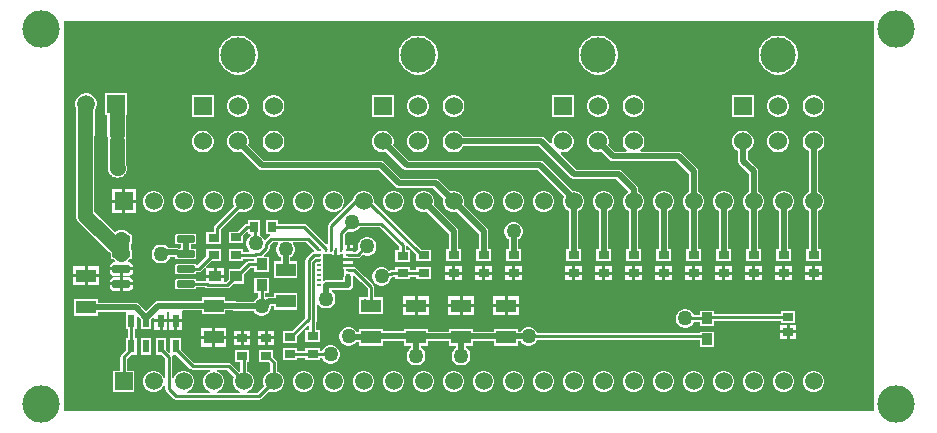
<source format=gtl>
G04*
G04 #@! TF.GenerationSoftware,Altium Limited,Altium Designer,21.2.0 (30)*
G04*
G04 Layer_Physical_Order=1*
G04 Layer_Color=255*
%FSLAX23Y23*%
%MOIN*%
G70*
G04*
G04 #@! TF.SameCoordinates,F0910630-DBBB-4278-8751-63CB2971D6BE*
G04*
G04*
G04 #@! TF.FilePolarity,Positive*
G04*
G01*
G75*
%ADD15C,0.010*%
%ADD17R,0.067X0.043*%
%ADD18R,0.035X0.039*%
%ADD19R,0.032X0.028*%
G04:AMPARAMS|DCode=20|XSize=24mil|YSize=57mil|CornerRadius=2mil|HoleSize=0mil|Usage=FLASHONLY|Rotation=270.000|XOffset=0mil|YOffset=0mil|HoleType=Round|Shape=RoundedRectangle|*
%AMROUNDEDRECTD20*
21,1,0.024,0.053,0,0,270.0*
21,1,0.020,0.057,0,0,270.0*
1,1,0.004,-0.027,-0.010*
1,1,0.004,-0.027,0.010*
1,1,0.004,0.027,0.010*
1,1,0.004,0.027,-0.010*
%
%ADD20ROUNDEDRECTD20*%
%ADD21R,0.035X0.028*%
%ADD22R,0.028X0.035*%
%ADD23R,0.014X0.009*%
%ADD24R,0.009X0.014*%
%ADD25R,0.039X0.035*%
%ADD26R,0.043X0.067*%
%ADD27R,0.024X0.043*%
%ADD42C,0.050*%
%ADD44C,0.020*%
%ADD45C,0.050*%
%ADD46C,0.009*%
%ADD47C,0.059*%
%ADD48R,0.059X0.059*%
%ADD49C,0.125*%
%ADD50C,0.118*%
%ADD51R,0.060X0.060*%
%ADD52C,0.060*%
G36*
X2900Y100D02*
X200D01*
Y1400D01*
X2900D01*
Y100D01*
D02*
G37*
%LPC*%
G36*
X2588Y1353D02*
X2575D01*
X2563Y1351D01*
X2551Y1346D01*
X2540Y1339D01*
X2531Y1330D01*
X2524Y1319D01*
X2519Y1307D01*
X2517Y1295D01*
Y1282D01*
X2519Y1269D01*
X2524Y1257D01*
X2531Y1247D01*
X2540Y1238D01*
X2551Y1231D01*
X2563Y1226D01*
X2575Y1223D01*
X2588D01*
X2601Y1226D01*
X2613Y1231D01*
X2623Y1238D01*
X2632Y1247D01*
X2640Y1257D01*
X2644Y1269D01*
X2647Y1282D01*
Y1295D01*
X2644Y1307D01*
X2640Y1319D01*
X2632Y1330D01*
X2623Y1339D01*
X2613Y1346D01*
X2601Y1351D01*
X2588Y1353D01*
D02*
G37*
G36*
X1988D02*
X1975D01*
X1963Y1351D01*
X1951Y1346D01*
X1940Y1339D01*
X1931Y1330D01*
X1924Y1319D01*
X1919Y1307D01*
X1917Y1295D01*
Y1282D01*
X1919Y1269D01*
X1924Y1257D01*
X1931Y1247D01*
X1940Y1238D01*
X1951Y1231D01*
X1963Y1226D01*
X1975Y1223D01*
X1988D01*
X2001Y1226D01*
X2013Y1231D01*
X2023Y1238D01*
X2032Y1247D01*
X2040Y1257D01*
X2044Y1269D01*
X2047Y1282D01*
Y1295D01*
X2044Y1307D01*
X2040Y1319D01*
X2032Y1330D01*
X2023Y1339D01*
X2013Y1346D01*
X2001Y1351D01*
X1988Y1353D01*
D02*
G37*
G36*
X1388D02*
X1375D01*
X1363Y1351D01*
X1351Y1346D01*
X1340Y1339D01*
X1331Y1330D01*
X1324Y1319D01*
X1319Y1307D01*
X1317Y1295D01*
Y1282D01*
X1319Y1269D01*
X1324Y1257D01*
X1331Y1247D01*
X1340Y1238D01*
X1351Y1231D01*
X1363Y1226D01*
X1375Y1223D01*
X1388D01*
X1401Y1226D01*
X1413Y1231D01*
X1423Y1238D01*
X1432Y1247D01*
X1440Y1257D01*
X1444Y1269D01*
X1447Y1282D01*
Y1295D01*
X1444Y1307D01*
X1440Y1319D01*
X1432Y1330D01*
X1423Y1339D01*
X1413Y1346D01*
X1401Y1351D01*
X1388Y1353D01*
D02*
G37*
G36*
X788D02*
X775D01*
X763Y1351D01*
X751Y1346D01*
X740Y1339D01*
X731Y1330D01*
X724Y1319D01*
X719Y1307D01*
X717Y1295D01*
Y1282D01*
X719Y1269D01*
X724Y1257D01*
X731Y1247D01*
X740Y1238D01*
X751Y1231D01*
X763Y1226D01*
X775Y1223D01*
X788D01*
X801Y1226D01*
X813Y1231D01*
X823Y1238D01*
X832Y1247D01*
X840Y1257D01*
X844Y1269D01*
X847Y1282D01*
Y1295D01*
X844Y1307D01*
X840Y1319D01*
X832Y1330D01*
X823Y1339D01*
X813Y1346D01*
X801Y1351D01*
X788Y1353D01*
D02*
G37*
G36*
X2705Y1154D02*
X2695D01*
X2686Y1152D01*
X2678Y1147D01*
X2671Y1140D01*
X2666Y1132D01*
X2664Y1123D01*
Y1113D01*
X2666Y1104D01*
X2671Y1096D01*
X2678Y1089D01*
X2686Y1084D01*
X2695Y1082D01*
X2705D01*
X2714Y1084D01*
X2722Y1089D01*
X2729Y1096D01*
X2734Y1104D01*
X2736Y1113D01*
Y1123D01*
X2734Y1132D01*
X2729Y1140D01*
X2722Y1147D01*
X2714Y1152D01*
X2705Y1154D01*
D02*
G37*
G36*
X2587D02*
X2577D01*
X2568Y1152D01*
X2560Y1147D01*
X2553Y1140D01*
X2548Y1132D01*
X2546Y1123D01*
Y1113D01*
X2548Y1104D01*
X2553Y1096D01*
X2560Y1089D01*
X2568Y1084D01*
X2577Y1082D01*
X2587D01*
X2596Y1084D01*
X2604Y1089D01*
X2611Y1096D01*
X2616Y1104D01*
X2618Y1113D01*
Y1123D01*
X2616Y1132D01*
X2611Y1140D01*
X2604Y1147D01*
X2596Y1152D01*
X2587Y1154D01*
D02*
G37*
G36*
X2500D02*
X2428D01*
Y1082D01*
X2500D01*
Y1154D01*
D02*
G37*
G36*
X2105D02*
X2095D01*
X2086Y1152D01*
X2078Y1147D01*
X2071Y1140D01*
X2066Y1132D01*
X2064Y1123D01*
Y1113D01*
X2066Y1104D01*
X2071Y1096D01*
X2078Y1089D01*
X2086Y1084D01*
X2095Y1082D01*
X2105D01*
X2114Y1084D01*
X2122Y1089D01*
X2129Y1096D01*
X2134Y1104D01*
X2136Y1113D01*
Y1123D01*
X2134Y1132D01*
X2129Y1140D01*
X2122Y1147D01*
X2114Y1152D01*
X2105Y1154D01*
D02*
G37*
G36*
X1987D02*
X1977D01*
X1968Y1152D01*
X1960Y1147D01*
X1953Y1140D01*
X1948Y1132D01*
X1946Y1123D01*
Y1113D01*
X1948Y1104D01*
X1953Y1096D01*
X1960Y1089D01*
X1968Y1084D01*
X1977Y1082D01*
X1987D01*
X1996Y1084D01*
X2004Y1089D01*
X2011Y1096D01*
X2016Y1104D01*
X2018Y1113D01*
Y1123D01*
X2016Y1132D01*
X2011Y1140D01*
X2004Y1147D01*
X1996Y1152D01*
X1987Y1154D01*
D02*
G37*
G36*
X1900D02*
X1828D01*
Y1082D01*
X1900D01*
Y1154D01*
D02*
G37*
G36*
X1505D02*
X1495D01*
X1486Y1152D01*
X1478Y1147D01*
X1471Y1140D01*
X1466Y1132D01*
X1464Y1123D01*
Y1113D01*
X1466Y1104D01*
X1471Y1096D01*
X1478Y1089D01*
X1486Y1084D01*
X1495Y1082D01*
X1505D01*
X1514Y1084D01*
X1522Y1089D01*
X1529Y1096D01*
X1534Y1104D01*
X1536Y1113D01*
Y1123D01*
X1534Y1132D01*
X1529Y1140D01*
X1522Y1147D01*
X1514Y1152D01*
X1505Y1154D01*
D02*
G37*
G36*
X1387D02*
X1377D01*
X1368Y1152D01*
X1360Y1147D01*
X1353Y1140D01*
X1348Y1132D01*
X1346Y1123D01*
Y1113D01*
X1348Y1104D01*
X1353Y1096D01*
X1360Y1089D01*
X1368Y1084D01*
X1377Y1082D01*
X1387D01*
X1396Y1084D01*
X1404Y1089D01*
X1411Y1096D01*
X1416Y1104D01*
X1418Y1113D01*
Y1123D01*
X1416Y1132D01*
X1411Y1140D01*
X1404Y1147D01*
X1396Y1152D01*
X1387Y1154D01*
D02*
G37*
G36*
X1300D02*
X1228D01*
Y1082D01*
X1300D01*
Y1154D01*
D02*
G37*
G36*
X905D02*
X895D01*
X886Y1152D01*
X878Y1147D01*
X871Y1140D01*
X866Y1132D01*
X864Y1123D01*
Y1113D01*
X866Y1104D01*
X871Y1096D01*
X878Y1089D01*
X886Y1084D01*
X895Y1082D01*
X905D01*
X914Y1084D01*
X922Y1089D01*
X929Y1096D01*
X934Y1104D01*
X936Y1113D01*
Y1123D01*
X934Y1132D01*
X929Y1140D01*
X922Y1147D01*
X914Y1152D01*
X905Y1154D01*
D02*
G37*
G36*
X787D02*
X777D01*
X768Y1152D01*
X760Y1147D01*
X753Y1140D01*
X748Y1132D01*
X746Y1123D01*
Y1113D01*
X748Y1104D01*
X753Y1096D01*
X760Y1089D01*
X768Y1084D01*
X777Y1082D01*
X787D01*
X796Y1084D01*
X804Y1089D01*
X811Y1096D01*
X816Y1104D01*
X818Y1113D01*
Y1123D01*
X816Y1132D01*
X811Y1140D01*
X804Y1147D01*
X796Y1152D01*
X787Y1154D01*
D02*
G37*
G36*
X700D02*
X628D01*
Y1082D01*
X700D01*
Y1154D01*
D02*
G37*
G36*
X1869Y1036D02*
X1859D01*
X1850Y1034D01*
X1842Y1029D01*
X1835Y1022D01*
X1830Y1014D01*
X1828Y1005D01*
Y995D01*
X1827Y995D01*
X1823Y993D01*
X1804Y1012D01*
X1799Y1015D01*
X1793Y1016D01*
X1532D01*
X1529Y1022D01*
X1522Y1029D01*
X1514Y1034D01*
X1505Y1036D01*
X1495D01*
X1486Y1034D01*
X1478Y1029D01*
X1471Y1022D01*
X1466Y1014D01*
X1464Y1005D01*
Y995D01*
X1466Y986D01*
X1471Y978D01*
X1478Y971D01*
X1486Y966D01*
X1495Y964D01*
X1505D01*
X1514Y966D01*
X1522Y971D01*
X1529Y978D01*
X1532Y984D01*
X1786D01*
X1891Y878D01*
X1897Y875D01*
X1903Y874D01*
X2043D01*
X2081Y836D01*
X2080Y830D01*
X2078Y828D01*
X2072Y822D01*
X2067Y814D01*
X2064Y805D01*
Y795D01*
X2067Y786D01*
X2072Y778D01*
X2078Y772D01*
X2084Y768D01*
Y640D01*
X2076D01*
Y600D01*
X2124D01*
Y640D01*
X2116D01*
Y768D01*
X2122Y772D01*
X2128Y778D01*
X2133Y786D01*
X2136Y795D01*
Y805D01*
X2133Y814D01*
X2128Y822D01*
X2122Y828D01*
X2116Y832D01*
Y840D01*
X2115Y846D01*
X2111Y852D01*
X2062Y901D01*
X2056Y905D01*
X2050Y906D01*
X1910D01*
X1857Y959D01*
X1859Y964D01*
X1859Y964D01*
X1869D01*
X1878Y966D01*
X1886Y971D01*
X1893Y978D01*
X1897Y986D01*
X1900Y995D01*
Y1005D01*
X1897Y1014D01*
X1893Y1022D01*
X1886Y1029D01*
X1878Y1034D01*
X1869Y1036D01*
D02*
G37*
G36*
X2105D02*
X2095D01*
X2086Y1034D01*
X2078Y1029D01*
X2071Y1022D01*
X2066Y1014D01*
X2064Y1005D01*
Y995D01*
X2066Y986D01*
X2071Y978D01*
X2078Y971D01*
X2078Y971D01*
X2076Y966D01*
X2039D01*
X2016Y989D01*
X2018Y995D01*
Y1005D01*
X2016Y1014D01*
X2011Y1022D01*
X2004Y1029D01*
X1996Y1034D01*
X1987Y1036D01*
X1977D01*
X1968Y1034D01*
X1960Y1029D01*
X1953Y1022D01*
X1948Y1014D01*
X1946Y1005D01*
Y995D01*
X1948Y986D01*
X1953Y978D01*
X1960Y971D01*
X1968Y966D01*
X1977Y964D01*
X1987D01*
X1993Y966D01*
X2020Y938D01*
X2026Y935D01*
X2032Y934D01*
X2243D01*
X2284Y893D01*
Y832D01*
X2278Y828D01*
X2272Y822D01*
X2267Y814D01*
X2264Y805D01*
Y795D01*
X2267Y786D01*
X2272Y778D01*
X2278Y772D01*
X2284Y768D01*
Y640D01*
X2276D01*
Y600D01*
X2324D01*
Y640D01*
X2316D01*
Y768D01*
X2322Y772D01*
X2328Y778D01*
X2333Y786D01*
X2336Y795D01*
Y805D01*
X2333Y814D01*
X2328Y822D01*
X2322Y828D01*
X2316Y832D01*
Y900D01*
X2315Y906D01*
X2312Y912D01*
X2262Y961D01*
X2256Y965D01*
X2250Y966D01*
X2124D01*
X2122Y971D01*
X2122Y971D01*
X2129Y978D01*
X2134Y986D01*
X2136Y995D01*
Y1005D01*
X2134Y1014D01*
X2129Y1022D01*
X2122Y1029D01*
X2114Y1034D01*
X2105Y1036D01*
D02*
G37*
G36*
X2587D02*
X2577D01*
X2568Y1034D01*
X2560Y1029D01*
X2553Y1022D01*
X2548Y1014D01*
X2546Y1005D01*
Y995D01*
X2548Y986D01*
X2553Y978D01*
X2560Y971D01*
X2568Y966D01*
X2577Y964D01*
X2587D01*
X2596Y966D01*
X2604Y971D01*
X2611Y978D01*
X2616Y986D01*
X2618Y995D01*
Y1005D01*
X2616Y1014D01*
X2611Y1022D01*
X2604Y1029D01*
X2596Y1034D01*
X2587Y1036D01*
D02*
G37*
G36*
X1387D02*
X1377D01*
X1368Y1034D01*
X1360Y1029D01*
X1353Y1022D01*
X1348Y1014D01*
X1346Y1005D01*
Y995D01*
X1348Y986D01*
X1353Y978D01*
X1360Y971D01*
X1368Y966D01*
X1377Y964D01*
X1387D01*
X1396Y966D01*
X1404Y971D01*
X1411Y978D01*
X1416Y986D01*
X1418Y995D01*
Y1005D01*
X1416Y1014D01*
X1411Y1022D01*
X1404Y1029D01*
X1396Y1034D01*
X1387Y1036D01*
D02*
G37*
G36*
X905D02*
X895D01*
X886Y1034D01*
X878Y1029D01*
X871Y1022D01*
X866Y1014D01*
X864Y1005D01*
Y995D01*
X866Y986D01*
X871Y978D01*
X878Y971D01*
X886Y966D01*
X895Y964D01*
X905D01*
X914Y966D01*
X922Y971D01*
X929Y978D01*
X934Y986D01*
X936Y995D01*
Y1005D01*
X934Y1014D01*
X929Y1022D01*
X922Y1029D01*
X914Y1034D01*
X905Y1036D01*
D02*
G37*
G36*
X669D02*
X659D01*
X650Y1034D01*
X642Y1029D01*
X635Y1022D01*
X630Y1014D01*
X628Y1005D01*
Y995D01*
X630Y986D01*
X635Y978D01*
X642Y971D01*
X650Y966D01*
X659Y964D01*
X669D01*
X678Y966D01*
X686Y971D01*
X693Y978D01*
X697Y986D01*
X700Y995D01*
Y1005D01*
X697Y1014D01*
X693Y1022D01*
X686Y1029D01*
X678Y1034D01*
X669Y1036D01*
D02*
G37*
G36*
X411Y1161D02*
X339D01*
Y1089D01*
X345D01*
Y1027D01*
X345Y1027D01*
X346Y1018D01*
X349Y1011D01*
X348Y1008D01*
X347Y1000D01*
Y912D01*
X347Y912D01*
X348Y904D01*
X351Y896D01*
X356Y890D01*
X358Y888D01*
X360Y887D01*
X361Y885D01*
X363Y884D01*
X364Y883D01*
X366Y882D01*
X368Y881D01*
X370Y881D01*
X372Y880D01*
X374Y880D01*
X376Y879D01*
X378D01*
X380Y879D01*
X382Y879D01*
X384D01*
X386Y880D01*
X388Y880D01*
X390Y881D01*
X392Y881D01*
X394Y882D01*
X396Y883D01*
X397Y884D01*
X399Y885D01*
X400Y887D01*
X402Y888D01*
X403Y890D01*
X405Y891D01*
X406Y893D01*
X407Y894D01*
X408Y896D01*
X409Y898D01*
X409Y900D01*
X410Y902D01*
X410Y904D01*
X411Y906D01*
Y908D01*
X411Y910D01*
X411Y912D01*
Y914D01*
X410Y916D01*
X410Y918D01*
X409Y920D01*
X409Y920D01*
Y1000D01*
X408Y1008D01*
X407Y1013D01*
X408Y1017D01*
X409Y1025D01*
X408Y1033D01*
X408Y1034D01*
Y1089D01*
X411D01*
Y1161D01*
D02*
G37*
G36*
X440Y840D02*
X405D01*
Y805D01*
X440D01*
Y840D01*
D02*
G37*
G36*
X395D02*
X360D01*
Y805D01*
X395D01*
Y840D01*
D02*
G37*
G36*
X1805Y836D02*
X1795D01*
X1786Y833D01*
X1778Y828D01*
X1772Y822D01*
X1767Y814D01*
X1764Y805D01*
Y795D01*
X1767Y786D01*
X1772Y778D01*
X1778Y772D01*
X1786Y767D01*
X1795Y764D01*
X1805D01*
X1814Y767D01*
X1822Y772D01*
X1828Y778D01*
X1833Y786D01*
X1836Y795D01*
Y805D01*
X1833Y814D01*
X1828Y822D01*
X1822Y828D01*
X1814Y833D01*
X1805Y836D01*
D02*
G37*
G36*
X1705D02*
X1695D01*
X1686Y833D01*
X1678Y828D01*
X1672Y822D01*
X1667Y814D01*
X1664Y805D01*
Y795D01*
X1667Y786D01*
X1672Y778D01*
X1678Y772D01*
X1686Y767D01*
X1695Y764D01*
X1705D01*
X1714Y767D01*
X1722Y772D01*
X1728Y778D01*
X1733Y786D01*
X1736Y795D01*
Y805D01*
X1733Y814D01*
X1728Y822D01*
X1722Y828D01*
X1714Y833D01*
X1705Y836D01*
D02*
G37*
G36*
X1605D02*
X1595D01*
X1586Y833D01*
X1578Y828D01*
X1572Y822D01*
X1567Y814D01*
X1564Y805D01*
Y795D01*
X1567Y786D01*
X1572Y778D01*
X1578Y772D01*
X1586Y767D01*
X1595Y764D01*
X1605D01*
X1614Y767D01*
X1622Y772D01*
X1628Y778D01*
X1633Y786D01*
X1636Y795D01*
Y805D01*
X1633Y814D01*
X1628Y822D01*
X1622Y828D01*
X1614Y833D01*
X1605Y836D01*
D02*
G37*
G36*
X1305D02*
X1295D01*
X1286Y833D01*
X1278Y828D01*
X1272Y822D01*
X1267Y814D01*
X1264Y805D01*
Y795D01*
X1267Y786D01*
X1272Y778D01*
X1278Y772D01*
X1286Y767D01*
X1295Y764D01*
X1305D01*
X1314Y767D01*
X1322Y772D01*
X1328Y778D01*
X1333Y786D01*
X1336Y795D01*
Y805D01*
X1333Y814D01*
X1328Y822D01*
X1322Y828D01*
X1314Y833D01*
X1305Y836D01*
D02*
G37*
G36*
X1105D02*
X1095D01*
X1086Y833D01*
X1078Y828D01*
X1072Y822D01*
X1067Y814D01*
X1064Y805D01*
Y795D01*
X1067Y786D01*
X1072Y778D01*
X1078Y772D01*
X1086Y767D01*
X1095Y764D01*
X1105D01*
X1114Y767D01*
X1122Y772D01*
X1128Y778D01*
X1133Y786D01*
X1136Y795D01*
Y805D01*
X1133Y814D01*
X1128Y822D01*
X1122Y828D01*
X1114Y833D01*
X1105Y836D01*
D02*
G37*
G36*
X1005D02*
X995D01*
X986Y833D01*
X978Y828D01*
X972Y822D01*
X967Y814D01*
X964Y805D01*
Y795D01*
X967Y786D01*
X972Y778D01*
X978Y772D01*
X986Y767D01*
X995Y764D01*
X1005D01*
X1014Y767D01*
X1022Y772D01*
X1028Y778D01*
X1033Y786D01*
X1036Y795D01*
Y805D01*
X1033Y814D01*
X1028Y822D01*
X1022Y828D01*
X1014Y833D01*
X1005Y836D01*
D02*
G37*
G36*
X905D02*
X895D01*
X886Y833D01*
X878Y828D01*
X872Y822D01*
X867Y814D01*
X864Y805D01*
Y795D01*
X867Y786D01*
X872Y778D01*
X878Y772D01*
X886Y767D01*
X895Y764D01*
X905D01*
X914Y767D01*
X922Y772D01*
X928Y778D01*
X933Y786D01*
X936Y795D01*
Y805D01*
X933Y814D01*
X928Y822D01*
X922Y828D01*
X914Y833D01*
X905Y836D01*
D02*
G37*
G36*
X805D02*
X795D01*
X786Y833D01*
X778Y828D01*
X772Y822D01*
X767Y814D01*
X764Y805D01*
Y795D01*
X767Y786D01*
X768Y784D01*
X705Y721D01*
X702Y717D01*
X702Y713D01*
X702Y713D01*
Y699D01*
X676D01*
Y659D01*
X724D01*
Y687D01*
X724Y688D01*
Y708D01*
X784Y768D01*
X786Y767D01*
X795Y764D01*
X805D01*
X814Y767D01*
X822Y772D01*
X828Y778D01*
X833Y786D01*
X836Y795D01*
Y805D01*
X833Y814D01*
X828Y822D01*
X822Y828D01*
X814Y833D01*
X805Y836D01*
D02*
G37*
G36*
X705D02*
X695D01*
X686Y833D01*
X678Y828D01*
X672Y822D01*
X667Y814D01*
X664Y805D01*
Y795D01*
X667Y786D01*
X672Y778D01*
X678Y772D01*
X686Y767D01*
X695Y764D01*
X705D01*
X714Y767D01*
X722Y772D01*
X728Y778D01*
X733Y786D01*
X736Y795D01*
Y805D01*
X733Y814D01*
X728Y822D01*
X722Y828D01*
X714Y833D01*
X705Y836D01*
D02*
G37*
G36*
X605D02*
X595D01*
X586Y833D01*
X578Y828D01*
X572Y822D01*
X567Y814D01*
X564Y805D01*
Y795D01*
X567Y786D01*
X572Y778D01*
X578Y772D01*
X586Y767D01*
X595Y764D01*
X605D01*
X614Y767D01*
X622Y772D01*
X628Y778D01*
X633Y786D01*
X636Y795D01*
Y805D01*
X633Y814D01*
X628Y822D01*
X622Y828D01*
X614Y833D01*
X605Y836D01*
D02*
G37*
G36*
X505D02*
X495D01*
X486Y833D01*
X478Y828D01*
X472Y822D01*
X467Y814D01*
X464Y805D01*
Y795D01*
X467Y786D01*
X472Y778D01*
X478Y772D01*
X486Y767D01*
X495Y764D01*
X505D01*
X514Y767D01*
X522Y772D01*
X528Y778D01*
X533Y786D01*
X536Y795D01*
Y805D01*
X533Y814D01*
X528Y822D01*
X522Y828D01*
X514Y833D01*
X505Y836D01*
D02*
G37*
G36*
X440Y795D02*
X405D01*
Y760D01*
X440D01*
Y795D01*
D02*
G37*
G36*
X395D02*
X360D01*
Y760D01*
X395D01*
Y795D01*
D02*
G37*
G36*
X1205Y836D02*
X1195D01*
X1186Y833D01*
X1178Y828D01*
X1172Y822D01*
X1167Y814D01*
X1165Y807D01*
X1164Y807D01*
X1164Y807D01*
X1084Y726D01*
X1081Y722D01*
X1080Y718D01*
X1080Y718D01*
Y659D01*
X1076Y657D01*
X1010Y723D01*
X1006Y725D01*
X1002Y726D01*
X1002Y726D01*
X914D01*
Y739D01*
X875D01*
Y691D01*
X887D01*
X888Y686D01*
X885Y684D01*
X885Y684D01*
X873Y673D01*
X868Y674D01*
X865Y679D01*
X859Y685D01*
X856Y687D01*
X855Y691D01*
X855Y691D01*
Y739D01*
X816D01*
Y726D01*
X810D01*
X806Y725D01*
X803Y723D01*
X803Y723D01*
X780Y700D01*
X779Y699D01*
X751D01*
Y660D01*
X799D01*
Y687D01*
X799Y687D01*
X811Y699D01*
X816Y697D01*
Y691D01*
X822D01*
X824Y686D01*
X821Y685D01*
X815Y679D01*
X811Y672D01*
X809Y664D01*
Y656D01*
X811Y648D01*
X815Y641D01*
X819Y637D01*
X817Y632D01*
X799D01*
Y640D01*
X751D01*
Y601D01*
X799D01*
Y609D01*
X836D01*
Y602D01*
X818D01*
X818Y602D01*
X814Y601D01*
X810Y598D01*
X810Y598D01*
X786Y574D01*
X750D01*
Y542D01*
X741Y532D01*
X735D01*
Y545D01*
X675D01*
Y536D01*
X642D01*
X641Y538D01*
X640Y541D01*
X637Y542D01*
X634Y543D01*
X581D01*
X578Y542D01*
X575Y541D01*
X573Y538D01*
X573Y535D01*
Y515D01*
X573Y512D01*
X575Y509D01*
X578Y508D01*
X581Y507D01*
X634D01*
X637Y508D01*
X640Y509D01*
X641Y512D01*
X642Y514D01*
X672D01*
X673Y513D01*
X673Y513D01*
X676Y511D01*
X681Y510D01*
X681Y510D01*
X745D01*
X745Y510D01*
X749Y511D01*
X753Y513D01*
X766Y526D01*
X802D01*
Y558D01*
X823Y579D01*
X836D01*
Y565D01*
X884D01*
Y616D01*
X869D01*
X868Y621D01*
X884Y637D01*
X886Y641D01*
X887Y645D01*
X887Y645D01*
Y655D01*
X897Y665D01*
X914D01*
X916Y660D01*
X915Y659D01*
X911Y652D01*
X909Y644D01*
Y636D01*
X911Y628D01*
X915Y621D01*
X921Y615D01*
X924Y614D01*
Y601D01*
X901D01*
Y545D01*
X979D01*
Y601D01*
X956D01*
Y614D01*
X959Y615D01*
X965Y621D01*
X969Y628D01*
X971Y636D01*
Y644D01*
X969Y652D01*
X965Y659D01*
X964Y660D01*
X966Y665D01*
X1009D01*
X1036Y638D01*
X1035Y634D01*
X1034Y633D01*
X1030Y632D01*
X1027Y630D01*
X1027Y630D01*
X1009Y612D01*
X1007Y608D01*
X1006Y604D01*
X1006Y604D01*
Y412D01*
X962Y369D01*
X931D01*
Y329D01*
X979D01*
Y353D01*
X1014Y389D01*
X1019Y387D01*
Y370D01*
X1006D01*
Y330D01*
X1054D01*
Y370D01*
X1041D01*
Y394D01*
X1043Y397D01*
X1044Y401D01*
X1044Y401D01*
Y456D01*
X1049Y458D01*
X1050Y456D01*
X1056Y450D01*
X1063Y446D01*
X1071Y444D01*
X1079D01*
X1087Y446D01*
X1094Y450D01*
X1100Y456D01*
X1104Y463D01*
X1106Y471D01*
Y479D01*
X1104Y487D01*
X1100Y494D01*
X1094Y499D01*
X1095Y501D01*
X1096Y504D01*
X1149D01*
X1155Y506D01*
X1161Y509D01*
X1161Y510D01*
X1162D01*
Y511D01*
X1164Y515D01*
X1166Y521D01*
Y547D01*
X1165Y552D01*
X1169Y554D01*
X1192Y531D01*
X1192Y531D01*
X1194Y530D01*
X1214Y510D01*
Y481D01*
X1201D01*
X1200Y481D01*
X1199Y481D01*
X1186D01*
Y425D01*
X1264D01*
Y481D01*
X1236D01*
Y515D01*
X1235Y519D01*
X1233Y523D01*
X1233Y523D01*
X1209Y547D01*
X1206Y549D01*
X1176Y579D01*
X1172Y581D01*
X1168Y582D01*
X1168Y583D01*
X1149D01*
X1132D01*
Y574D01*
X1136D01*
Y557D01*
X1134Y553D01*
X1133Y547D01*
Y537D01*
X1075D01*
X1069Y536D01*
X1068Y536D01*
X1064Y539D01*
Y578D01*
Y622D01*
X1064Y626D01*
X1094D01*
Y622D01*
X1103D01*
Y639D01*
X1113D01*
Y622D01*
X1123D01*
Y626D01*
X1128D01*
X1132Y625D01*
Y620D01*
X1132D01*
Y610D01*
X1149D01*
X1166D01*
Y612D01*
X1178D01*
X1180Y611D01*
X1184Y612D01*
X1188Y614D01*
X1197Y623D01*
X1200Y621D01*
X1208Y619D01*
X1216D01*
X1224Y621D01*
X1231Y625D01*
X1237Y631D01*
X1241Y638D01*
X1243Y646D01*
Y654D01*
X1241Y662D01*
X1237Y669D01*
X1231Y675D01*
X1224Y679D01*
X1216Y681D01*
X1208D01*
X1200Y679D01*
X1193Y675D01*
X1187Y669D01*
X1183Y662D01*
X1181Y654D01*
Y646D01*
X1183Y641D01*
X1175Y633D01*
X1166D01*
Y634D01*
X1149D01*
Y639D01*
X1144D01*
Y654D01*
X1137D01*
Y691D01*
X1147Y702D01*
X1148Y701D01*
X1156Y699D01*
X1164D01*
X1172Y701D01*
X1179Y705D01*
X1185Y711D01*
X1187Y715D01*
X1254D01*
X1319Y650D01*
Y639D01*
X1306D01*
Y599D01*
X1354D01*
Y639D01*
X1341D01*
Y651D01*
X1346Y654D01*
X1376Y623D01*
Y600D01*
X1424D01*
Y639D01*
X1392D01*
X1392Y639D01*
X1237Y794D01*
X1236Y795D01*
Y805D01*
X1233Y814D01*
X1228Y822D01*
X1222Y828D01*
X1214Y833D01*
X1205Y836D01*
D02*
G37*
G36*
X1166Y654D02*
X1154D01*
Y644D01*
X1166D01*
Y654D01*
D02*
G37*
G36*
X634Y693D02*
X581D01*
X578Y692D01*
X575Y691D01*
X573Y688D01*
X573Y685D01*
Y665D01*
X573Y662D01*
X575Y659D01*
X578Y658D01*
X581Y657D01*
X591D01*
Y645D01*
X586Y643D01*
X583Y645D01*
X577Y646D01*
X548D01*
X544Y650D01*
X537Y654D01*
X529Y656D01*
X521D01*
X513Y654D01*
X506Y650D01*
X500Y644D01*
X496Y637D01*
X494Y629D01*
Y621D01*
X496Y613D01*
X500Y606D01*
X506Y600D01*
X513Y596D01*
X521Y594D01*
X529D01*
X537Y596D01*
X544Y600D01*
X550Y606D01*
X554Y613D01*
X554Y614D01*
X571D01*
X573Y612D01*
X573Y612D01*
X575Y609D01*
X578Y608D01*
X581Y607D01*
X634D01*
X637Y608D01*
X640Y609D01*
X641Y612D01*
X642Y615D01*
Y635D01*
X641Y638D01*
X640Y641D01*
X637Y642D01*
X634Y643D01*
X624D01*
Y657D01*
X634D01*
X637Y658D01*
X640Y659D01*
X641Y662D01*
X642Y665D01*
Y685D01*
X641Y688D01*
X640Y691D01*
X637Y692D01*
X634Y693D01*
D02*
G37*
G36*
X2705Y1036D02*
X2695D01*
X2686Y1034D01*
X2678Y1029D01*
X2671Y1022D01*
X2666Y1014D01*
X2664Y1005D01*
Y995D01*
X2666Y986D01*
X2671Y978D01*
X2678Y971D01*
X2684Y968D01*
Y832D01*
X2678Y828D01*
X2672Y822D01*
X2667Y814D01*
X2664Y805D01*
Y795D01*
X2667Y786D01*
X2672Y778D01*
X2678Y772D01*
X2684Y768D01*
Y640D01*
X2676D01*
Y600D01*
X2724D01*
Y640D01*
X2716D01*
Y768D01*
X2722Y772D01*
X2728Y778D01*
X2733Y786D01*
X2736Y795D01*
Y805D01*
X2733Y814D01*
X2728Y822D01*
X2722Y828D01*
X2716Y832D01*
Y968D01*
X2722Y971D01*
X2729Y978D01*
X2734Y986D01*
X2736Y995D01*
Y1005D01*
X2734Y1014D01*
X2729Y1022D01*
X2722Y1029D01*
X2714Y1034D01*
X2705Y1036D01*
D02*
G37*
G36*
X2605Y836D02*
X2595D01*
X2586Y833D01*
X2578Y828D01*
X2572Y822D01*
X2567Y814D01*
X2564Y805D01*
Y795D01*
X2567Y786D01*
X2572Y778D01*
X2578Y772D01*
X2584Y768D01*
Y640D01*
X2576D01*
Y600D01*
X2624D01*
Y640D01*
X2616D01*
Y768D01*
X2622Y772D01*
X2628Y778D01*
X2633Y786D01*
X2636Y795D01*
Y805D01*
X2633Y814D01*
X2628Y822D01*
X2622Y828D01*
X2614Y833D01*
X2605Y836D01*
D02*
G37*
G36*
X2469Y1036D02*
X2459D01*
X2450Y1034D01*
X2442Y1029D01*
X2435Y1022D01*
X2430Y1014D01*
X2428Y1005D01*
Y995D01*
X2430Y986D01*
X2435Y978D01*
X2442Y971D01*
X2447Y968D01*
Y936D01*
X2449Y930D01*
X2452Y925D01*
X2484Y893D01*
Y832D01*
X2478Y828D01*
X2472Y822D01*
X2467Y814D01*
X2464Y805D01*
Y795D01*
X2467Y786D01*
X2472Y778D01*
X2478Y772D01*
X2484Y768D01*
Y640D01*
X2476D01*
Y600D01*
X2524D01*
Y640D01*
X2516D01*
Y768D01*
X2522Y772D01*
X2528Y778D01*
X2533Y786D01*
X2536Y795D01*
Y805D01*
X2533Y814D01*
X2528Y822D01*
X2522Y828D01*
X2516Y832D01*
Y900D01*
X2515Y906D01*
X2512Y912D01*
X2480Y943D01*
Y968D01*
X2486Y971D01*
X2493Y978D01*
X2497Y986D01*
X2500Y995D01*
Y1005D01*
X2497Y1014D01*
X2493Y1022D01*
X2486Y1029D01*
X2478Y1034D01*
X2469Y1036D01*
D02*
G37*
G36*
X2405Y836D02*
X2395D01*
X2386Y833D01*
X2378Y828D01*
X2372Y822D01*
X2367Y814D01*
X2364Y805D01*
Y795D01*
X2367Y786D01*
X2372Y778D01*
X2378Y772D01*
X2384Y768D01*
Y640D01*
X2376D01*
Y600D01*
X2424D01*
Y640D01*
X2416D01*
Y768D01*
X2422Y772D01*
X2428Y778D01*
X2433Y786D01*
X2436Y795D01*
Y805D01*
X2433Y814D01*
X2428Y822D01*
X2422Y828D01*
X2414Y833D01*
X2405Y836D01*
D02*
G37*
G36*
X2205D02*
X2195D01*
X2186Y833D01*
X2178Y828D01*
X2172Y822D01*
X2167Y814D01*
X2164Y805D01*
Y795D01*
X2167Y786D01*
X2172Y778D01*
X2178Y772D01*
X2184Y768D01*
Y640D01*
X2176D01*
Y600D01*
X2224D01*
Y640D01*
X2216D01*
Y768D01*
X2222Y772D01*
X2228Y778D01*
X2233Y786D01*
X2236Y795D01*
Y805D01*
X2233Y814D01*
X2228Y822D01*
X2222Y828D01*
X2214Y833D01*
X2205Y836D01*
D02*
G37*
G36*
X2005D02*
X1995D01*
X1986Y833D01*
X1978Y828D01*
X1972Y822D01*
X1967Y814D01*
X1964Y805D01*
Y795D01*
X1967Y786D01*
X1972Y778D01*
X1978Y772D01*
X1984Y768D01*
Y640D01*
X1976D01*
Y600D01*
X2024D01*
Y640D01*
X2016D01*
Y768D01*
X2022Y772D01*
X2028Y778D01*
X2033Y786D01*
X2036Y795D01*
Y805D01*
X2033Y814D01*
X2028Y822D01*
X2022Y828D01*
X2014Y833D01*
X2005Y836D01*
D02*
G37*
G36*
X1269Y1036D02*
X1259D01*
X1250Y1034D01*
X1242Y1029D01*
X1235Y1022D01*
X1230Y1014D01*
X1228Y1005D01*
Y995D01*
X1230Y986D01*
X1235Y978D01*
X1242Y971D01*
X1250Y966D01*
X1259Y964D01*
X1269D01*
X1275Y966D01*
X1332Y908D01*
X1338Y905D01*
X1344Y904D01*
X1781D01*
X1868Y816D01*
X1867Y814D01*
X1864Y805D01*
Y795D01*
X1867Y786D01*
X1872Y778D01*
X1878Y772D01*
X1884Y768D01*
Y640D01*
X1876D01*
Y600D01*
X1924D01*
Y640D01*
X1916D01*
Y768D01*
X1922Y772D01*
X1928Y778D01*
X1933Y786D01*
X1936Y795D01*
Y805D01*
X1933Y814D01*
X1928Y822D01*
X1922Y828D01*
X1914Y833D01*
X1905Y836D01*
X1896D01*
X1800Y931D01*
X1794Y935D01*
X1788Y936D01*
X1351D01*
X1298Y989D01*
X1300Y995D01*
Y1005D01*
X1297Y1014D01*
X1293Y1022D01*
X1286Y1029D01*
X1278Y1034D01*
X1269Y1036D01*
D02*
G37*
G36*
X1704Y731D02*
X1696D01*
X1688Y729D01*
X1681Y725D01*
X1675Y719D01*
X1671Y712D01*
X1669Y704D01*
Y696D01*
X1671Y688D01*
X1675Y681D01*
X1681Y675D01*
X1684Y674D01*
Y640D01*
X1676D01*
Y600D01*
X1724D01*
Y640D01*
X1716D01*
Y674D01*
X1719Y675D01*
X1725Y681D01*
X1729Y688D01*
X1731Y696D01*
Y704D01*
X1729Y712D01*
X1725Y719D01*
X1719Y725D01*
X1712Y729D01*
X1704Y731D01*
D02*
G37*
G36*
X787Y1036D02*
X777D01*
X768Y1034D01*
X760Y1029D01*
X753Y1022D01*
X748Y1014D01*
X746Y1005D01*
Y995D01*
X748Y986D01*
X753Y978D01*
X760Y971D01*
X768Y966D01*
X777Y964D01*
X787D01*
X793Y966D01*
X850Y908D01*
X856Y905D01*
X862Y904D01*
X1251D01*
X1306Y848D01*
X1311Y845D01*
X1318Y844D01*
X1433D01*
X1466Y811D01*
X1464Y805D01*
Y795D01*
X1467Y786D01*
X1472Y778D01*
X1478Y772D01*
X1486Y767D01*
X1495Y764D01*
X1505D01*
X1511Y766D01*
X1584Y693D01*
Y640D01*
X1576D01*
Y600D01*
X1624D01*
Y640D01*
X1616D01*
Y700D01*
X1616Y700D01*
X1615Y706D01*
X1612Y712D01*
X1534Y789D01*
X1536Y795D01*
Y805D01*
X1533Y814D01*
X1528Y822D01*
X1522Y828D01*
X1514Y833D01*
X1505Y836D01*
X1495D01*
X1489Y834D01*
X1452Y871D01*
X1446Y875D01*
X1440Y876D01*
X1324D01*
X1269Y931D01*
X1264Y935D01*
X1258Y936D01*
X869D01*
X816Y989D01*
X818Y995D01*
Y1005D01*
X816Y1014D01*
X811Y1022D01*
X804Y1029D01*
X796Y1034D01*
X787Y1036D01*
D02*
G37*
G36*
X1405Y836D02*
X1395D01*
X1386Y833D01*
X1378Y828D01*
X1372Y822D01*
X1367Y814D01*
X1364Y805D01*
Y795D01*
X1367Y786D01*
X1372Y778D01*
X1378Y772D01*
X1386Y767D01*
X1395Y764D01*
X1405D01*
X1411Y766D01*
X1484Y693D01*
Y640D01*
X1476D01*
Y600D01*
X1524D01*
Y640D01*
X1516D01*
Y700D01*
X1516Y700D01*
X1515Y706D01*
X1512Y712D01*
X1434Y789D01*
X1436Y795D01*
Y805D01*
X1433Y814D01*
X1428Y822D01*
X1422Y828D01*
X1414Y833D01*
X1405Y836D01*
D02*
G37*
G36*
X1166Y600D02*
X1149D01*
X1132D01*
Y593D01*
X1149D01*
X1166D01*
Y600D01*
D02*
G37*
G36*
X700Y641D02*
X696D01*
X692Y640D01*
X691Y640D01*
X676D01*
Y616D01*
X646Y587D01*
X642Y587D01*
X641Y588D01*
X640Y591D01*
X637Y592D01*
X634Y593D01*
X581D01*
X578Y592D01*
X575Y591D01*
X573Y588D01*
X573Y585D01*
Y565D01*
X573Y562D01*
X575Y559D01*
X578Y558D01*
X581Y557D01*
X634D01*
X637Y558D01*
X640Y559D01*
X641Y562D01*
X642Y564D01*
X651D01*
X651Y564D01*
X655Y565D01*
X659Y567D01*
X671Y579D01*
X675Y577D01*
X675Y573D01*
Y555D01*
X700D01*
Y578D01*
X680D01*
X676Y578D01*
X674Y582D01*
X692Y600D01*
X724D01*
Y640D01*
X705D01*
X704Y640D01*
X700Y641D01*
D02*
G37*
G36*
X280Y1161D02*
X270D01*
X261Y1158D01*
X253Y1153D01*
X247Y1147D01*
X242Y1139D01*
X239Y1130D01*
Y1120D01*
X242Y1111D01*
X242Y1111D01*
Y1034D01*
X242Y1033D01*
X241Y1025D01*
X241Y1025D01*
Y1000D01*
Y753D01*
X241Y753D01*
X242Y745D01*
X245Y738D01*
X250Y731D01*
X329Y652D01*
X335Y647D01*
X336Y647D01*
X350Y633D01*
X357Y628D01*
X358Y627D01*
Y615D01*
X359Y612D01*
X360Y609D01*
X363Y608D01*
X366Y607D01*
X367D01*
X371Y603D01*
X372Y602D01*
X370Y597D01*
X366D01*
X361Y596D01*
X358Y593D01*
X355Y589D01*
X354Y585D01*
Y580D01*
X393D01*
X431D01*
Y585D01*
X431Y589D01*
X428Y593D01*
X424Y596D01*
X419Y597D01*
X415D01*
X414Y602D01*
X415Y603D01*
X418Y607D01*
X419D01*
X422Y608D01*
X425Y609D01*
X427Y612D01*
X427Y615D01*
Y635D01*
X427Y638D01*
X425Y641D01*
X424Y641D01*
Y659D01*
X425Y659D01*
X427Y662D01*
X427Y665D01*
Y685D01*
X427Y688D01*
X425Y691D01*
X422Y692D01*
X419Y693D01*
X418D01*
X415Y697D01*
X408Y702D01*
X401Y705D01*
X393Y706D01*
X385Y705D01*
X377Y702D01*
X372Y699D01*
X369Y701D01*
X367Y702D01*
X303Y766D01*
Y1000D01*
Y1017D01*
X304Y1018D01*
X304Y1023D01*
X305Y1027D01*
X305Y1027D01*
Y1105D01*
X308Y1111D01*
X311Y1120D01*
Y1130D01*
X308Y1139D01*
X303Y1147D01*
X297Y1153D01*
X289Y1158D01*
X280Y1161D01*
D02*
G37*
G36*
X2728Y585D02*
X2705D01*
Y566D01*
X2728D01*
Y585D01*
D02*
G37*
G36*
X2228D02*
X2205D01*
Y566D01*
X2228D01*
Y585D01*
D02*
G37*
G36*
X1928D02*
X1905D01*
Y566D01*
X1928D01*
Y585D01*
D02*
G37*
G36*
X1728D02*
X1705D01*
Y566D01*
X1728D01*
Y585D01*
D02*
G37*
G36*
X2528D02*
X2505D01*
Y566D01*
X2528D01*
Y585D01*
D02*
G37*
G36*
X2428D02*
X2405D01*
Y566D01*
X2428D01*
Y585D01*
D02*
G37*
G36*
X2128D02*
X2105D01*
Y566D01*
X2128D01*
Y585D01*
D02*
G37*
G36*
X2028D02*
X2005D01*
Y566D01*
X2028D01*
Y585D01*
D02*
G37*
G36*
X1628D02*
X1605D01*
Y566D01*
X1628D01*
Y585D01*
D02*
G37*
G36*
X1528D02*
X1505D01*
Y566D01*
X1528D01*
Y585D01*
D02*
G37*
G36*
X2628D02*
X2605D01*
Y566D01*
X2628D01*
Y585D01*
D02*
G37*
G36*
X2328D02*
X2305D01*
Y566D01*
X2328D01*
Y585D01*
D02*
G37*
G36*
X1695D02*
X1672D01*
Y566D01*
X1695D01*
Y585D01*
D02*
G37*
G36*
X2695D02*
X2672D01*
Y566D01*
X2695D01*
Y585D01*
D02*
G37*
G36*
X2195D02*
X2172D01*
Y566D01*
X2195D01*
Y585D01*
D02*
G37*
G36*
X1895D02*
X1872D01*
Y566D01*
X1895D01*
Y585D01*
D02*
G37*
G36*
X2595D02*
X2572D01*
Y566D01*
X2595D01*
Y585D01*
D02*
G37*
G36*
X2495D02*
X2472D01*
Y566D01*
X2495D01*
Y585D01*
D02*
G37*
G36*
X2395D02*
X2372D01*
Y566D01*
X2395D01*
Y585D01*
D02*
G37*
G36*
X2095D02*
X2072D01*
Y566D01*
X2095D01*
Y585D01*
D02*
G37*
G36*
X1995D02*
X1972D01*
Y566D01*
X1995D01*
Y585D01*
D02*
G37*
G36*
X1595D02*
X1572D01*
Y566D01*
X1595D01*
Y585D01*
D02*
G37*
G36*
X1495D02*
X1472D01*
Y566D01*
X1495D01*
Y585D01*
D02*
G37*
G36*
X2295D02*
X2272D01*
Y566D01*
X2295D01*
Y585D01*
D02*
G37*
G36*
X318Y585D02*
X280D01*
Y558D01*
X318D01*
Y585D01*
D02*
G37*
G36*
X270D02*
X232D01*
Y558D01*
X270D01*
Y585D01*
D02*
G37*
G36*
X710Y578D02*
Y555D01*
X735D01*
Y578D01*
X710D01*
D02*
G37*
G36*
X431Y570D02*
X398D01*
Y553D01*
X419D01*
X424Y554D01*
X428Y557D01*
X431Y561D01*
X431Y565D01*
Y570D01*
D02*
G37*
G36*
X388D02*
X354D01*
Y565D01*
X355Y561D01*
X358Y557D01*
X361Y554D01*
X366Y553D01*
X388D01*
Y570D01*
D02*
G37*
G36*
X1264Y581D02*
X1256D01*
X1248Y579D01*
X1241Y575D01*
X1235Y569D01*
X1231Y562D01*
X1229Y554D01*
Y546D01*
X1231Y538D01*
X1235Y531D01*
X1241Y525D01*
X1248Y521D01*
X1256Y519D01*
X1264D01*
X1272Y521D01*
X1279Y525D01*
X1285Y531D01*
X1289Y538D01*
X1291Y546D01*
X1293Y546D01*
X1297Y547D01*
X1299Y549D01*
X1306D01*
Y540D01*
X1354D01*
Y549D01*
X1376D01*
Y541D01*
X1424D01*
Y580D01*
X1376D01*
Y571D01*
X1354D01*
Y580D01*
X1306D01*
Y571D01*
X1295D01*
X1295Y571D01*
X1291Y570D01*
X1289Y570D01*
X1285Y569D01*
X1279Y575D01*
X1272Y579D01*
X1264Y581D01*
D02*
G37*
G36*
X2728Y556D02*
X2705D01*
Y537D01*
X2728D01*
Y556D01*
D02*
G37*
G36*
X2695D02*
X2672D01*
Y537D01*
X2695D01*
Y556D01*
D02*
G37*
G36*
X2628D02*
X2605D01*
Y537D01*
X2628D01*
Y556D01*
D02*
G37*
G36*
X2595D02*
X2572D01*
Y537D01*
X2595D01*
Y556D01*
D02*
G37*
G36*
X2528D02*
X2505D01*
Y537D01*
X2528D01*
Y556D01*
D02*
G37*
G36*
X2495D02*
X2472D01*
Y537D01*
X2495D01*
Y556D01*
D02*
G37*
G36*
X2428D02*
X2405D01*
Y537D01*
X2428D01*
Y556D01*
D02*
G37*
G36*
X2395D02*
X2372D01*
Y537D01*
X2395D01*
Y556D01*
D02*
G37*
G36*
X2328D02*
X2305D01*
Y537D01*
X2328D01*
Y556D01*
D02*
G37*
G36*
X2295D02*
X2272D01*
Y537D01*
X2295D01*
Y556D01*
D02*
G37*
G36*
X2228D02*
X2205D01*
Y537D01*
X2228D01*
Y556D01*
D02*
G37*
G36*
X2195D02*
X2172D01*
Y537D01*
X2195D01*
Y556D01*
D02*
G37*
G36*
X2128D02*
X2105D01*
Y537D01*
X2128D01*
Y556D01*
D02*
G37*
G36*
X2095D02*
X2072D01*
Y537D01*
X2095D01*
Y556D01*
D02*
G37*
G36*
X2028D02*
X2005D01*
Y537D01*
X2028D01*
Y556D01*
D02*
G37*
G36*
X1995D02*
X1972D01*
Y537D01*
X1995D01*
Y556D01*
D02*
G37*
G36*
X1928D02*
X1905D01*
Y537D01*
X1928D01*
Y556D01*
D02*
G37*
G36*
X1895D02*
X1872D01*
Y537D01*
X1895D01*
Y556D01*
D02*
G37*
G36*
X1728D02*
X1705D01*
Y537D01*
X1728D01*
Y556D01*
D02*
G37*
G36*
X1695D02*
X1672D01*
Y537D01*
X1695D01*
Y556D01*
D02*
G37*
G36*
X1628D02*
X1605D01*
Y537D01*
X1628D01*
Y556D01*
D02*
G37*
G36*
X1595D02*
X1572D01*
Y537D01*
X1595D01*
Y556D01*
D02*
G37*
G36*
X1528D02*
X1505D01*
Y537D01*
X1528D01*
Y556D01*
D02*
G37*
G36*
X1495D02*
X1472D01*
Y537D01*
X1495D01*
Y556D01*
D02*
G37*
G36*
X419Y547D02*
X398D01*
Y530D01*
X431D01*
Y535D01*
X431Y539D01*
X428Y543D01*
X424Y546D01*
X419Y547D01*
D02*
G37*
G36*
X388D02*
X366D01*
X361Y546D01*
X358Y543D01*
X355Y539D01*
X354Y535D01*
Y530D01*
X388D01*
Y547D01*
D02*
G37*
G36*
X318Y548D02*
X280D01*
Y521D01*
X318D01*
Y548D01*
D02*
G37*
G36*
X270D02*
X232D01*
Y521D01*
X270D01*
Y548D01*
D02*
G37*
G36*
X431Y520D02*
X398D01*
Y503D01*
X419D01*
X424Y504D01*
X428Y507D01*
X431Y511D01*
X431Y515D01*
Y520D01*
D02*
G37*
G36*
X388D02*
X354D01*
Y515D01*
X355Y511D01*
X358Y507D01*
X361Y504D01*
X366Y503D01*
X388D01*
Y520D01*
D02*
G37*
G36*
X884Y545D02*
X836D01*
Y494D01*
X849D01*
Y479D01*
X848Y479D01*
X841Y475D01*
X835Y469D01*
X834Y466D01*
X779D01*
X776Y468D01*
X770Y469D01*
X739D01*
Y481D01*
X661D01*
Y469D01*
X515D01*
X509Y468D01*
X504Y465D01*
X475Y436D01*
X453Y458D01*
X448Y462D01*
X442Y463D01*
X314D01*
Y475D01*
X236D01*
Y419D01*
X314D01*
Y431D01*
X408D01*
Y376D01*
X415D01*
Y344D01*
X408D01*
Y305D01*
X392Y289D01*
X390Y285D01*
X389Y281D01*
X389Y281D01*
Y236D01*
X364D01*
Y164D01*
X436D01*
Y236D01*
X411D01*
Y276D01*
X424Y289D01*
X444D01*
Y344D01*
X437D01*
Y376D01*
X444D01*
Y415D01*
X449Y417D01*
X458Y408D01*
Y376D01*
X493D01*
Y408D01*
X498Y413D01*
X503Y411D01*
Y408D01*
X546D01*
Y430D01*
X549Y432D01*
X552Y430D01*
Y408D01*
X596D01*
Y432D01*
X596Y435D01*
X600Y437D01*
X661D01*
Y425D01*
X739D01*
Y437D01*
X764D01*
X767Y435D01*
X773Y434D01*
X834D01*
X835Y431D01*
X841Y425D01*
X848Y421D01*
X856Y419D01*
X864D01*
X872Y421D01*
X879Y425D01*
X885Y431D01*
X889Y438D01*
X891Y446D01*
Y450D01*
X892Y451D01*
X901D01*
Y439D01*
X979D01*
Y495D01*
X901D01*
Y483D01*
X885D01*
X879Y482D01*
X876Y480D01*
X871Y483D01*
Y494D01*
X884D01*
Y545D01*
D02*
G37*
G36*
X1718Y485D02*
X1680D01*
Y458D01*
X1718D01*
Y485D01*
D02*
G37*
G36*
X1568D02*
X1530D01*
Y458D01*
X1568D01*
Y485D01*
D02*
G37*
G36*
X1418D02*
X1380D01*
Y458D01*
X1418D01*
Y485D01*
D02*
G37*
G36*
X1520D02*
X1482D01*
Y458D01*
X1520D01*
Y485D01*
D02*
G37*
G36*
X1670D02*
X1632D01*
Y458D01*
X1670D01*
Y485D01*
D02*
G37*
G36*
X1370D02*
X1332D01*
Y458D01*
X1370D01*
Y485D01*
D02*
G37*
G36*
X1718Y448D02*
X1680D01*
Y421D01*
X1718D01*
Y448D01*
D02*
G37*
G36*
X1670D02*
X1632D01*
Y421D01*
X1670D01*
Y448D01*
D02*
G37*
G36*
X1568D02*
X1530D01*
Y421D01*
X1568D01*
Y448D01*
D02*
G37*
G36*
X1520D02*
X1482D01*
Y421D01*
X1520D01*
Y448D01*
D02*
G37*
G36*
X1418D02*
X1380D01*
Y421D01*
X1418D01*
Y448D01*
D02*
G37*
G36*
X1370D02*
X1332D01*
Y421D01*
X1370D01*
Y448D01*
D02*
G37*
G36*
X2276Y441D02*
X2268D01*
X2260Y439D01*
X2253Y435D01*
X2247Y429D01*
X2243Y422D01*
X2241Y414D01*
Y406D01*
X2243Y398D01*
X2247Y391D01*
X2253Y385D01*
X2260Y381D01*
X2268Y379D01*
X2276D01*
X2284Y381D01*
X2291Y385D01*
X2297Y391D01*
X2301Y398D01*
X2301Y399D01*
X2321D01*
Y385D01*
X2369D01*
Y403D01*
X2593D01*
Y394D01*
X2637D01*
Y434D01*
X2593D01*
Y426D01*
X2369D01*
Y436D01*
X2321D01*
Y421D01*
X2301D01*
X2301Y422D01*
X2297Y429D01*
X2291Y435D01*
X2284Y439D01*
X2276Y441D01*
D02*
G37*
G36*
X596Y398D02*
X579D01*
Y372D01*
X596D01*
Y398D01*
D02*
G37*
G36*
X569D02*
X552D01*
Y372D01*
X569D01*
Y398D01*
D02*
G37*
G36*
X546D02*
X530D01*
Y372D01*
X546D01*
Y398D01*
D02*
G37*
G36*
X520D02*
X503D01*
Y372D01*
X520D01*
Y398D01*
D02*
G37*
G36*
X2641Y389D02*
X2620D01*
Y370D01*
X2641D01*
Y389D01*
D02*
G37*
G36*
X2610D02*
X2589D01*
Y370D01*
X2610D01*
Y389D01*
D02*
G37*
G36*
X1754Y381D02*
X1746D01*
X1738Y379D01*
X1731Y375D01*
X1725Y369D01*
X1724Y366D01*
X1714D01*
Y375D01*
X1636D01*
Y366D01*
X1564D01*
Y375D01*
X1486D01*
Y366D01*
X1414D01*
Y375D01*
X1336D01*
Y367D01*
X1264D01*
Y375D01*
X1186D01*
Y365D01*
X1177D01*
X1175Y369D01*
X1169Y375D01*
X1162Y379D01*
X1154Y381D01*
X1146D01*
X1138Y379D01*
X1131Y375D01*
X1125Y369D01*
X1121Y362D01*
X1119Y354D01*
Y346D01*
X1121Y338D01*
X1125Y331D01*
X1131Y325D01*
X1138Y321D01*
X1146Y319D01*
X1154D01*
X1162Y321D01*
X1169Y325D01*
X1175Y331D01*
X1175Y332D01*
X1186D01*
Y319D01*
X1264D01*
Y334D01*
X1336D01*
Y319D01*
X1359D01*
Y312D01*
X1356Y310D01*
X1350Y304D01*
X1346Y297D01*
X1344Y289D01*
Y281D01*
X1346Y273D01*
X1350Y266D01*
X1356Y260D01*
X1363Y256D01*
X1371Y254D01*
X1379D01*
X1387Y256D01*
X1394Y260D01*
X1400Y266D01*
X1404Y273D01*
X1406Y281D01*
Y289D01*
X1404Y297D01*
X1400Y304D01*
X1394Y310D01*
X1392Y311D01*
Y319D01*
X1414D01*
Y334D01*
X1486D01*
Y319D01*
X1509D01*
Y311D01*
X1506Y310D01*
X1500Y304D01*
X1496Y297D01*
X1494Y289D01*
Y281D01*
X1496Y273D01*
X1500Y266D01*
X1506Y260D01*
X1513Y256D01*
X1521Y254D01*
X1529D01*
X1537Y256D01*
X1544Y260D01*
X1550Y266D01*
X1554Y273D01*
X1556Y281D01*
Y289D01*
X1554Y297D01*
X1550Y304D01*
X1544Y310D01*
X1541Y311D01*
Y319D01*
X1564D01*
Y334D01*
X1636D01*
Y319D01*
X1714D01*
Y334D01*
X1724D01*
X1725Y331D01*
X1731Y325D01*
X1738Y321D01*
X1746Y319D01*
X1754D01*
X1762Y321D01*
X1769Y325D01*
X1775Y331D01*
X1779Y338D01*
X1779Y339D01*
X2321D01*
Y314D01*
X2369D01*
Y365D01*
X2321D01*
Y361D01*
X1779D01*
X1779Y362D01*
X1775Y369D01*
X1769Y375D01*
X1762Y379D01*
X1754Y381D01*
D02*
G37*
G36*
X743Y379D02*
X705D01*
Y352D01*
X743D01*
Y379D01*
D02*
G37*
G36*
X695D02*
X657D01*
Y352D01*
X695D01*
Y379D01*
D02*
G37*
G36*
X903Y368D02*
X880D01*
Y350D01*
X903D01*
Y368D01*
D02*
G37*
G36*
X823D02*
X800D01*
Y350D01*
X823D01*
Y368D01*
D02*
G37*
G36*
X870D02*
X847D01*
Y350D01*
X870D01*
Y368D01*
D02*
G37*
G36*
X790D02*
X767D01*
Y350D01*
X790D01*
Y368D01*
D02*
G37*
G36*
X2641Y360D02*
X2620D01*
Y341D01*
X2641D01*
Y360D01*
D02*
G37*
G36*
X2610D02*
X2589D01*
Y341D01*
X2610D01*
Y360D01*
D02*
G37*
G36*
X903Y340D02*
X880D01*
Y321D01*
X903D01*
Y340D01*
D02*
G37*
G36*
X870D02*
X847D01*
Y321D01*
X870D01*
Y340D01*
D02*
G37*
G36*
X823D02*
X800D01*
Y321D01*
X823D01*
Y340D01*
D02*
G37*
G36*
X790D02*
X767D01*
Y321D01*
X790D01*
Y340D01*
D02*
G37*
G36*
X743Y342D02*
X705D01*
Y315D01*
X743D01*
Y342D01*
D02*
G37*
G36*
X695D02*
X657D01*
Y315D01*
X695D01*
Y342D01*
D02*
G37*
G36*
X1094Y321D02*
X1086D01*
X1078Y319D01*
X1071Y315D01*
X1065Y309D01*
X1061Y302D01*
X1061Y302D01*
X1054D01*
Y311D01*
X1006D01*
Y302D01*
X979D01*
Y310D01*
X931D01*
Y270D01*
X979D01*
Y279D01*
X1006D01*
Y271D01*
X1054D01*
Y279D01*
X1061D01*
X1061Y278D01*
X1065Y271D01*
X1071Y265D01*
X1078Y261D01*
X1086Y259D01*
X1094D01*
X1102Y261D01*
X1109Y265D01*
X1115Y271D01*
X1119Y278D01*
X1121Y286D01*
Y294D01*
X1119Y302D01*
X1115Y309D01*
X1109Y315D01*
X1102Y319D01*
X1094Y321D01*
D02*
G37*
G36*
X592Y344D02*
X556D01*
Y298D01*
X551Y296D01*
X542Y305D01*
Y344D01*
X507D01*
Y289D01*
X527D01*
X539Y277D01*
Y212D01*
X534Y211D01*
X533Y214D01*
X528Y222D01*
X522Y228D01*
X514Y233D01*
X505Y236D01*
X495D01*
X486Y233D01*
X478Y228D01*
X472Y222D01*
X467Y214D01*
X464Y205D01*
Y195D01*
X467Y186D01*
X472Y178D01*
X478Y172D01*
X486Y167D01*
X495Y164D01*
X505D01*
X514Y167D01*
X522Y172D01*
X528Y178D01*
X533Y186D01*
X534Y189D01*
X539Y188D01*
Y175D01*
X539Y175D01*
X540Y171D01*
X542Y167D01*
X567Y142D01*
X567Y142D01*
X571Y140D01*
X575Y139D01*
X850D01*
X850Y139D01*
X854Y140D01*
X858Y142D01*
X884Y168D01*
X886Y167D01*
X895Y164D01*
X905D01*
X914Y167D01*
X922Y172D01*
X928Y178D01*
X933Y186D01*
X936Y195D01*
Y205D01*
X933Y214D01*
X928Y222D01*
X922Y228D01*
X914Y233D01*
X911Y234D01*
Y264D01*
X910Y269D01*
X908Y272D01*
X908Y272D01*
X899Y282D01*
Y305D01*
X851D01*
Y266D01*
X883D01*
X889Y260D01*
Y234D01*
X886Y233D01*
X878Y228D01*
X872Y222D01*
X867Y214D01*
X864Y205D01*
Y195D01*
X867Y186D01*
X868Y184D01*
X845Y161D01*
X812D01*
X811Y166D01*
X814Y167D01*
X822Y172D01*
X828Y178D01*
X833Y186D01*
X836Y195D01*
Y205D01*
X833Y214D01*
X828Y222D01*
X822Y228D01*
X814Y233D01*
X811Y234D01*
Y266D01*
X819D01*
Y305D01*
X771D01*
Y278D01*
X771Y277D01*
X771Y276D01*
Y266D01*
X781D01*
X782Y265D01*
X783Y266D01*
X789D01*
Y234D01*
X786Y233D01*
X784Y232D01*
X758Y258D01*
X754Y260D01*
X750Y261D01*
X750Y261D01*
X635D01*
X592Y305D01*
Y344D01*
D02*
G37*
G36*
X493D02*
X458D01*
Y289D01*
X493D01*
Y344D01*
D02*
G37*
G36*
X2705Y236D02*
X2695D01*
X2686Y233D01*
X2678Y228D01*
X2672Y222D01*
X2667Y214D01*
X2664Y205D01*
Y195D01*
X2667Y186D01*
X2672Y178D01*
X2678Y172D01*
X2686Y167D01*
X2695Y164D01*
X2705D01*
X2714Y167D01*
X2722Y172D01*
X2728Y178D01*
X2733Y186D01*
X2736Y195D01*
Y205D01*
X2733Y214D01*
X2728Y222D01*
X2722Y228D01*
X2714Y233D01*
X2705Y236D01*
D02*
G37*
G36*
X2605D02*
X2595D01*
X2586Y233D01*
X2578Y228D01*
X2572Y222D01*
X2567Y214D01*
X2564Y205D01*
Y195D01*
X2567Y186D01*
X2572Y178D01*
X2578Y172D01*
X2586Y167D01*
X2595Y164D01*
X2605D01*
X2614Y167D01*
X2622Y172D01*
X2628Y178D01*
X2633Y186D01*
X2636Y195D01*
Y205D01*
X2633Y214D01*
X2628Y222D01*
X2622Y228D01*
X2614Y233D01*
X2605Y236D01*
D02*
G37*
G36*
X2505D02*
X2495D01*
X2486Y233D01*
X2478Y228D01*
X2472Y222D01*
X2467Y214D01*
X2464Y205D01*
Y195D01*
X2467Y186D01*
X2472Y178D01*
X2478Y172D01*
X2486Y167D01*
X2495Y164D01*
X2505D01*
X2514Y167D01*
X2522Y172D01*
X2528Y178D01*
X2533Y186D01*
X2536Y195D01*
Y205D01*
X2533Y214D01*
X2528Y222D01*
X2522Y228D01*
X2514Y233D01*
X2505Y236D01*
D02*
G37*
G36*
X2405D02*
X2395D01*
X2386Y233D01*
X2378Y228D01*
X2372Y222D01*
X2367Y214D01*
X2364Y205D01*
Y195D01*
X2367Y186D01*
X2372Y178D01*
X2378Y172D01*
X2386Y167D01*
X2395Y164D01*
X2405D01*
X2414Y167D01*
X2422Y172D01*
X2428Y178D01*
X2433Y186D01*
X2436Y195D01*
Y205D01*
X2433Y214D01*
X2428Y222D01*
X2422Y228D01*
X2414Y233D01*
X2405Y236D01*
D02*
G37*
G36*
X2305D02*
X2295D01*
X2286Y233D01*
X2278Y228D01*
X2272Y222D01*
X2267Y214D01*
X2264Y205D01*
Y195D01*
X2267Y186D01*
X2272Y178D01*
X2278Y172D01*
X2286Y167D01*
X2295Y164D01*
X2305D01*
X2314Y167D01*
X2322Y172D01*
X2328Y178D01*
X2333Y186D01*
X2336Y195D01*
Y205D01*
X2333Y214D01*
X2328Y222D01*
X2322Y228D01*
X2314Y233D01*
X2305Y236D01*
D02*
G37*
G36*
X2205D02*
X2195D01*
X2186Y233D01*
X2178Y228D01*
X2172Y222D01*
X2167Y214D01*
X2164Y205D01*
Y195D01*
X2167Y186D01*
X2172Y178D01*
X2178Y172D01*
X2186Y167D01*
X2195Y164D01*
X2205D01*
X2214Y167D01*
X2222Y172D01*
X2228Y178D01*
X2233Y186D01*
X2236Y195D01*
Y205D01*
X2233Y214D01*
X2228Y222D01*
X2222Y228D01*
X2214Y233D01*
X2205Y236D01*
D02*
G37*
G36*
X2105D02*
X2095D01*
X2086Y233D01*
X2078Y228D01*
X2072Y222D01*
X2067Y214D01*
X2064Y205D01*
Y195D01*
X2067Y186D01*
X2072Y178D01*
X2078Y172D01*
X2086Y167D01*
X2095Y164D01*
X2105D01*
X2114Y167D01*
X2122Y172D01*
X2128Y178D01*
X2133Y186D01*
X2136Y195D01*
Y205D01*
X2133Y214D01*
X2128Y222D01*
X2122Y228D01*
X2114Y233D01*
X2105Y236D01*
D02*
G37*
G36*
X2005D02*
X1995D01*
X1986Y233D01*
X1978Y228D01*
X1972Y222D01*
X1967Y214D01*
X1964Y205D01*
Y195D01*
X1967Y186D01*
X1972Y178D01*
X1978Y172D01*
X1986Y167D01*
X1995Y164D01*
X2005D01*
X2014Y167D01*
X2022Y172D01*
X2028Y178D01*
X2033Y186D01*
X2036Y195D01*
Y205D01*
X2033Y214D01*
X2028Y222D01*
X2022Y228D01*
X2014Y233D01*
X2005Y236D01*
D02*
G37*
G36*
X1905D02*
X1895D01*
X1886Y233D01*
X1878Y228D01*
X1872Y222D01*
X1867Y214D01*
X1864Y205D01*
Y195D01*
X1867Y186D01*
X1872Y178D01*
X1878Y172D01*
X1886Y167D01*
X1895Y164D01*
X1905D01*
X1914Y167D01*
X1922Y172D01*
X1928Y178D01*
X1933Y186D01*
X1936Y195D01*
Y205D01*
X1933Y214D01*
X1928Y222D01*
X1922Y228D01*
X1914Y233D01*
X1905Y236D01*
D02*
G37*
G36*
X1805D02*
X1795D01*
X1786Y233D01*
X1778Y228D01*
X1772Y222D01*
X1767Y214D01*
X1764Y205D01*
Y195D01*
X1767Y186D01*
X1772Y178D01*
X1778Y172D01*
X1786Y167D01*
X1795Y164D01*
X1805D01*
X1814Y167D01*
X1822Y172D01*
X1828Y178D01*
X1833Y186D01*
X1836Y195D01*
Y205D01*
X1833Y214D01*
X1828Y222D01*
X1822Y228D01*
X1814Y233D01*
X1805Y236D01*
D02*
G37*
G36*
X1705D02*
X1695D01*
X1686Y233D01*
X1678Y228D01*
X1672Y222D01*
X1667Y214D01*
X1664Y205D01*
Y195D01*
X1667Y186D01*
X1672Y178D01*
X1678Y172D01*
X1686Y167D01*
X1695Y164D01*
X1705D01*
X1714Y167D01*
X1722Y172D01*
X1728Y178D01*
X1733Y186D01*
X1736Y195D01*
Y205D01*
X1733Y214D01*
X1728Y222D01*
X1722Y228D01*
X1714Y233D01*
X1705Y236D01*
D02*
G37*
G36*
X1605D02*
X1595D01*
X1586Y233D01*
X1578Y228D01*
X1572Y222D01*
X1567Y214D01*
X1564Y205D01*
Y195D01*
X1567Y186D01*
X1572Y178D01*
X1578Y172D01*
X1586Y167D01*
X1595Y164D01*
X1605D01*
X1614Y167D01*
X1622Y172D01*
X1628Y178D01*
X1633Y186D01*
X1636Y195D01*
Y205D01*
X1633Y214D01*
X1628Y222D01*
X1622Y228D01*
X1614Y233D01*
X1605Y236D01*
D02*
G37*
G36*
X1505D02*
X1495D01*
X1486Y233D01*
X1478Y228D01*
X1472Y222D01*
X1467Y214D01*
X1464Y205D01*
Y195D01*
X1467Y186D01*
X1472Y178D01*
X1478Y172D01*
X1486Y167D01*
X1495Y164D01*
X1505D01*
X1514Y167D01*
X1522Y172D01*
X1528Y178D01*
X1533Y186D01*
X1536Y195D01*
Y205D01*
X1533Y214D01*
X1528Y222D01*
X1522Y228D01*
X1514Y233D01*
X1505Y236D01*
D02*
G37*
G36*
X1405D02*
X1395D01*
X1386Y233D01*
X1378Y228D01*
X1372Y222D01*
X1367Y214D01*
X1364Y205D01*
Y195D01*
X1367Y186D01*
X1372Y178D01*
X1378Y172D01*
X1386Y167D01*
X1395Y164D01*
X1405D01*
X1414Y167D01*
X1422Y172D01*
X1428Y178D01*
X1433Y186D01*
X1436Y195D01*
Y205D01*
X1433Y214D01*
X1428Y222D01*
X1422Y228D01*
X1414Y233D01*
X1405Y236D01*
D02*
G37*
G36*
X1305D02*
X1295D01*
X1286Y233D01*
X1278Y228D01*
X1272Y222D01*
X1267Y214D01*
X1264Y205D01*
Y195D01*
X1267Y186D01*
X1272Y178D01*
X1278Y172D01*
X1286Y167D01*
X1295Y164D01*
X1305D01*
X1314Y167D01*
X1322Y172D01*
X1328Y178D01*
X1333Y186D01*
X1336Y195D01*
Y205D01*
X1333Y214D01*
X1328Y222D01*
X1322Y228D01*
X1314Y233D01*
X1305Y236D01*
D02*
G37*
G36*
X1205D02*
X1195D01*
X1186Y233D01*
X1178Y228D01*
X1172Y222D01*
X1167Y214D01*
X1164Y205D01*
Y195D01*
X1167Y186D01*
X1172Y178D01*
X1178Y172D01*
X1186Y167D01*
X1195Y164D01*
X1205D01*
X1214Y167D01*
X1222Y172D01*
X1228Y178D01*
X1233Y186D01*
X1236Y195D01*
Y205D01*
X1233Y214D01*
X1228Y222D01*
X1222Y228D01*
X1214Y233D01*
X1205Y236D01*
D02*
G37*
G36*
X1105D02*
X1095D01*
X1086Y233D01*
X1078Y228D01*
X1072Y222D01*
X1067Y214D01*
X1064Y205D01*
Y195D01*
X1067Y186D01*
X1072Y178D01*
X1078Y172D01*
X1086Y167D01*
X1095Y164D01*
X1105D01*
X1114Y167D01*
X1122Y172D01*
X1128Y178D01*
X1133Y186D01*
X1136Y195D01*
Y205D01*
X1133Y214D01*
X1128Y222D01*
X1122Y228D01*
X1114Y233D01*
X1105Y236D01*
D02*
G37*
G36*
X1005D02*
X995D01*
X986Y233D01*
X978Y228D01*
X972Y222D01*
X967Y214D01*
X964Y205D01*
Y195D01*
X967Y186D01*
X972Y178D01*
X978Y172D01*
X986Y167D01*
X995Y164D01*
X1005D01*
X1014Y167D01*
X1022Y172D01*
X1028Y178D01*
X1033Y186D01*
X1036Y195D01*
Y205D01*
X1033Y214D01*
X1028Y222D01*
X1022Y228D01*
X1014Y233D01*
X1005Y236D01*
D02*
G37*
%LPD*%
G36*
X768Y216D02*
X767Y214D01*
X764Y205D01*
Y195D01*
X767Y186D01*
X772Y178D01*
X778Y172D01*
X786Y167D01*
X789Y166D01*
X788Y161D01*
X712D01*
X711Y166D01*
X714Y167D01*
X722Y172D01*
X728Y178D01*
X733Y186D01*
X736Y195D01*
Y205D01*
X733Y214D01*
X728Y222D01*
X722Y228D01*
X714Y233D01*
X711Y234D01*
X712Y239D01*
X745D01*
X768Y216D01*
D02*
G37*
G36*
X623Y242D02*
X623Y242D01*
X626Y240D01*
X631Y239D01*
X631Y239D01*
X688D01*
X689Y234D01*
X686Y233D01*
X678Y228D01*
X672Y222D01*
X667Y214D01*
X664Y205D01*
Y195D01*
X667Y186D01*
X672Y178D01*
X678Y172D01*
X686Y167D01*
X689Y166D01*
X688Y161D01*
X612D01*
X611Y166D01*
X614Y167D01*
X622Y172D01*
X628Y178D01*
X633Y186D01*
X636Y195D01*
Y205D01*
X633Y214D01*
X628Y222D01*
X622Y228D01*
X614Y233D01*
X605Y236D01*
X595D01*
X586Y233D01*
X578Y228D01*
X572Y222D01*
X567Y214D01*
X566Y211D01*
X561Y212D01*
Y281D01*
X561Y281D01*
X561Y284D01*
X564Y289D01*
X576D01*
X623Y242D01*
D02*
G37*
D15*
X1200Y470D02*
X1217Y453D01*
X1225D01*
Y515D01*
X1201Y539D02*
X1225Y515D01*
X1200Y539D02*
X1201D01*
X1330Y619D02*
Y655D01*
X1259Y726D02*
X1330Y655D01*
X1164Y726D02*
X1259D01*
X1326Y619D02*
X1330D01*
X1400Y560D02*
X1400Y560D01*
X1330Y560D02*
X1330Y560D01*
X1400D01*
X1295Y560D02*
X1330D01*
X1260Y550D02*
X1268Y558D01*
X1293D01*
X1295Y560D01*
X876Y645D02*
Y659D01*
X893Y676D01*
X841Y624D02*
X855D01*
X837Y620D02*
X841Y624D01*
X855D02*
X876Y645D01*
X835Y715D02*
X838Y713D01*
Y662D02*
Y713D01*
Y662D02*
X840Y660D01*
X1227Y786D02*
X1229D01*
X1030Y290D02*
X1030Y291D01*
X1030Y290D02*
X1090D01*
X1030Y291D02*
X1030Y291D01*
X1030Y291D02*
X1030Y290D01*
X1090D02*
X1090Y290D01*
X1014Y676D02*
X1049Y641D01*
X893Y676D02*
X1014D01*
X1049Y640D02*
Y641D01*
X2345Y410D02*
X2349Y414D01*
X2615D01*
X2345Y410D02*
X2345Y410D01*
X2272Y410D02*
X2345D01*
X400Y200D02*
Y281D01*
X426Y307D02*
Y317D01*
X400Y281D02*
X426Y307D01*
Y317D02*
Y403D01*
X1050Y622D02*
X1051Y622D01*
X2335Y350D02*
X2345Y340D01*
X1750Y350D02*
X2335D01*
X860Y520D02*
X860Y520D01*
Y450D02*
Y520D01*
X1168Y571D02*
X1200Y539D01*
X1150Y571D02*
X1168D01*
X1092Y718D02*
X1172Y799D01*
X1199D01*
X1092Y639D02*
Y718D01*
X1199Y799D02*
X1200Y800D01*
X1002Y715D02*
X1074Y643D01*
X895Y715D02*
X1002D01*
X1040Y605D02*
X1050D01*
X1033Y401D02*
Y598D01*
X1030Y398D02*
X1033Y401D01*
X1050Y605D02*
X1051Y605D01*
X1033Y598D02*
X1040Y605D01*
X1030Y350D02*
Y398D01*
X1017Y407D02*
Y604D01*
X955Y350D02*
X959D01*
X1017Y407D01*
Y604D02*
X1035Y622D01*
X955Y290D02*
X1030D01*
X955Y290D02*
X955Y290D01*
X713Y713D02*
X800Y800D01*
X713Y688D02*
Y713D01*
X704Y680D02*
X713Y688D01*
X700Y680D02*
X704D01*
X900Y200D02*
Y264D01*
X879Y285D02*
X900Y264D01*
X875Y285D02*
X879D01*
X800Y200D02*
Y280D01*
X795Y285D02*
X800Y280D01*
X775Y620D02*
X837D01*
X696Y630D02*
X700D01*
X607Y575D02*
X651D01*
X687Y611D01*
Y612D01*
X696Y620D01*
X700D01*
X774Y550D02*
X776D01*
X745Y521D02*
X774Y550D01*
X681Y521D02*
X745D01*
X677Y525D02*
X681Y521D01*
X607Y525D02*
X677D01*
X818Y590D02*
X860D01*
X778Y550D02*
X818Y590D01*
X776Y550D02*
X778D01*
X1208Y650D02*
X1212D01*
X1125Y641D02*
Y695D01*
X1180Y622D02*
X1208Y650D01*
X1125Y695D02*
X1160Y730D01*
X810Y715D02*
X835D01*
X788Y692D02*
X810Y715D01*
X788Y688D02*
Y692D01*
X779Y680D02*
X788Y688D01*
X775Y680D02*
X779D01*
X1035Y622D02*
X1050D01*
X782Y277D02*
X791Y285D01*
X782Y277D02*
Y277D01*
X791Y285D02*
X795D01*
X871D02*
X875D01*
X750Y250D02*
X800Y200D01*
X574Y307D02*
Y317D01*
Y307D02*
X631Y250D01*
X750D01*
X850Y150D02*
X900Y200D01*
X550Y175D02*
X575Y150D01*
X850D01*
X525Y307D02*
Y317D01*
Y307D02*
X550Y281D01*
Y175D02*
Y281D01*
X1149Y572D02*
X1150Y571D01*
X1200Y800D02*
X1213D01*
X1227Y786D01*
X1387Y628D02*
X1391D01*
X1229Y786D02*
X1387Y628D01*
X1391D02*
X1400Y620D01*
X1160Y730D02*
X1164Y726D01*
D17*
X1375Y453D02*
D03*
Y347D02*
D03*
X1525Y453D02*
D03*
Y347D02*
D03*
X1225D02*
D03*
Y453D02*
D03*
X1675Y347D02*
D03*
Y453D02*
D03*
X700Y347D02*
D03*
Y453D02*
D03*
X275Y553D02*
D03*
Y447D02*
D03*
X940Y467D02*
D03*
Y573D02*
D03*
D18*
X2345Y340D02*
D03*
Y410D02*
D03*
X860Y520D02*
D03*
Y590D02*
D03*
D19*
X2615Y414D02*
D03*
Y365D02*
D03*
D20*
X393Y675D02*
D03*
Y625D02*
D03*
Y575D02*
D03*
Y525D02*
D03*
X607Y675D02*
D03*
Y625D02*
D03*
Y575D02*
D03*
Y525D02*
D03*
D21*
X1030Y291D02*
D03*
Y350D02*
D03*
X955Y290D02*
D03*
Y349D02*
D03*
X795Y285D02*
D03*
Y345D02*
D03*
X875Y285D02*
D03*
Y345D02*
D03*
X775Y620D02*
D03*
Y680D02*
D03*
X700Y620D02*
D03*
Y679D02*
D03*
X1400Y620D02*
D03*
Y560D02*
D03*
X1330Y619D02*
D03*
Y560D02*
D03*
X1500Y561D02*
D03*
Y620D02*
D03*
X1700Y561D02*
D03*
Y620D02*
D03*
X1600Y561D02*
D03*
Y620D02*
D03*
X2700Y561D02*
D03*
Y620D02*
D03*
X1900Y561D02*
D03*
Y620D02*
D03*
X2000Y561D02*
D03*
Y620D02*
D03*
X2100Y561D02*
D03*
Y620D02*
D03*
X2200Y561D02*
D03*
Y620D02*
D03*
X2300Y561D02*
D03*
Y620D02*
D03*
X2400Y561D02*
D03*
Y620D02*
D03*
X2500Y561D02*
D03*
Y620D02*
D03*
X2600Y561D02*
D03*
Y620D02*
D03*
D22*
X895Y715D02*
D03*
X835D02*
D03*
D23*
X1051Y639D02*
D03*
Y622D02*
D03*
Y605D02*
D03*
Y588D02*
D03*
Y572D02*
D03*
Y555D02*
D03*
Y538D02*
D03*
Y521D02*
D03*
X1149D02*
D03*
Y538D02*
D03*
Y555D02*
D03*
Y572D02*
D03*
Y588D02*
D03*
Y605D02*
D03*
Y622D02*
D03*
Y639D02*
D03*
D24*
X1075D02*
D03*
X1092D02*
D03*
X1108D02*
D03*
X1075Y521D02*
D03*
X1092D02*
D03*
X1108D02*
D03*
X1125D02*
D03*
Y639D02*
D03*
D25*
X776Y550D02*
D03*
X705D02*
D03*
D26*
X378Y1000D02*
D03*
X272D02*
D03*
D27*
X574Y403D02*
D03*
X525D02*
D03*
X475D02*
D03*
X426D02*
D03*
Y317D02*
D03*
X475D02*
D03*
X525D02*
D03*
X574D02*
D03*
D42*
X1150Y350D02*
D03*
X1260Y550D02*
D03*
X840Y660D02*
D03*
X1090Y290D02*
D03*
X1700Y700D02*
D03*
X2272Y410D02*
D03*
X860Y450D02*
D03*
X525Y625D02*
D03*
X940Y640D02*
D03*
X1212Y650D02*
D03*
X1075Y475D02*
D03*
X1160Y730D02*
D03*
X1750Y350D02*
D03*
X380Y910D02*
D03*
X1525Y285D02*
D03*
X1375D02*
D03*
D44*
X1150Y350D02*
X1152Y348D01*
X1223D02*
X1225Y347D01*
X1152Y348D02*
X1223D01*
X475Y403D02*
Y413D01*
X773Y450D02*
X860D01*
X770Y453D02*
X773Y450D01*
X860D02*
X868D01*
X885Y467D01*
X940D01*
X700Y453D02*
X770D01*
X515D02*
X700D01*
X1225Y347D02*
X1229Y351D01*
X1371D01*
X1376Y346D01*
X1440Y860D02*
X1600Y700D01*
X2000Y800D02*
Y810D01*
X580Y627D02*
X605D01*
X530Y630D02*
X577D01*
X525Y625D02*
X530Y630D01*
X577D02*
X580Y627D01*
X605D02*
X607Y625D01*
Y675D01*
X940Y573D02*
Y630D01*
X1075Y521D02*
X1075Y520D01*
X1149Y521D02*
Y538D01*
X1075Y520D02*
X1075Y520D01*
X1092Y521D02*
X1108D01*
X1125D02*
X1149D01*
X1075Y475D02*
Y520D01*
X1075Y521D02*
X1092D01*
X1108D02*
X1125D01*
X1149Y538D02*
Y547D01*
X1678Y350D02*
X1750D01*
X1675Y347D02*
X1678Y350D01*
X1525Y347D02*
X1528Y350D01*
X1672D02*
X1675Y347D01*
X1528Y350D02*
X1672D01*
X1376Y286D02*
Y346D01*
X1375Y350D02*
X1522D01*
X1375Y285D02*
X1376Y286D01*
X475Y413D02*
X515Y453D01*
X442Y447D02*
X475Y413D01*
X275Y447D02*
X442D01*
X862Y920D02*
X1258D01*
X782Y1000D02*
X862Y920D01*
X1258D02*
X1318Y860D01*
X1525Y285D02*
Y347D01*
X1522Y350D02*
X1525Y347D01*
X1318Y860D02*
X1440D01*
X1400Y800D02*
X1500Y700D01*
X1700Y620D02*
Y700D01*
X1600Y620D02*
Y700D01*
X660Y996D02*
X664Y1000D01*
X1788Y920D02*
X1900Y808D01*
X1344Y920D02*
X1788D01*
X1264Y1000D02*
X1344Y920D01*
X1900Y800D02*
Y808D01*
X1500Y1000D02*
X1793D01*
X1903Y890D01*
X2050D01*
X2100Y800D02*
X2100Y800D01*
X2100Y800D02*
Y840D01*
X2050Y890D02*
X2100Y840D01*
X1864Y1000D02*
X1870D01*
X2300Y800D02*
Y900D01*
X2250Y950D02*
X2300Y900D01*
X2032Y950D02*
X2250D01*
X1982Y1000D02*
X2032Y950D01*
X2500Y800D02*
Y900D01*
X2464Y936D02*
Y1000D01*
Y936D02*
X2500Y900D01*
X2700Y800D02*
Y1000D01*
Y620D02*
Y800D01*
X2600Y620D02*
Y800D01*
X2500Y620D02*
Y800D01*
X2400Y620D02*
Y800D01*
X2300Y620D02*
Y800D01*
X2200Y620D02*
Y800D01*
X2100Y620D02*
Y800D01*
X2000Y620D02*
Y800D01*
X1900Y620D02*
Y800D01*
X1500Y620D02*
Y700D01*
D45*
X393Y625D02*
Y655D01*
Y675D01*
X377Y1027D02*
Y1125D01*
X378Y912D02*
Y1000D01*
Y912D02*
X380Y910D01*
X273Y1027D02*
Y1125D01*
X275Y1127D01*
X272Y1000D02*
Y1025D01*
X353Y674D02*
X373Y655D01*
X351Y674D02*
X353D01*
X272Y753D02*
X351Y674D01*
X272Y753D02*
Y1000D01*
Y1025D02*
X273Y1027D01*
X377D02*
X378Y1025D01*
D46*
X1149Y622D02*
X1180D01*
D47*
X500Y800D02*
D03*
X600D02*
D03*
X700D02*
D03*
X800D02*
D03*
X900D02*
D03*
X1000D02*
D03*
X1100D02*
D03*
X1200D02*
D03*
X1300D02*
D03*
X1400D02*
D03*
X1500D02*
D03*
X1600D02*
D03*
X1700D02*
D03*
X1800D02*
D03*
X1900D02*
D03*
X2000D02*
D03*
X2100D02*
D03*
X2200D02*
D03*
X2300D02*
D03*
X2400D02*
D03*
X2500D02*
D03*
X2600D02*
D03*
X2700D02*
D03*
Y200D02*
D03*
X2600D02*
D03*
X2500D02*
D03*
X2400D02*
D03*
X2300D02*
D03*
X2200D02*
D03*
X2100D02*
D03*
X2000D02*
D03*
X1900D02*
D03*
X1800D02*
D03*
X1700D02*
D03*
X1600D02*
D03*
X1500D02*
D03*
X1400D02*
D03*
X1300D02*
D03*
X1200D02*
D03*
X1100D02*
D03*
X1000D02*
D03*
X900D02*
D03*
X800D02*
D03*
X700D02*
D03*
X600D02*
D03*
X500D02*
D03*
X275Y1125D02*
D03*
D48*
X400Y800D02*
D03*
Y200D02*
D03*
X375Y1125D02*
D03*
D49*
X2975Y125D02*
D03*
Y1375D02*
D03*
X125Y125D02*
D03*
Y1375D02*
D03*
D50*
X2582Y1288D02*
D03*
X1982D02*
D03*
X1382D02*
D03*
X782D02*
D03*
D51*
X2464Y1118D02*
D03*
X1864D02*
D03*
X1264D02*
D03*
X664D02*
D03*
D52*
X2582D02*
D03*
X2464Y1000D02*
D03*
X2582D02*
D03*
X2700D02*
D03*
Y1118D02*
D03*
X1982D02*
D03*
X1864Y1000D02*
D03*
X1982D02*
D03*
X2100D02*
D03*
Y1118D02*
D03*
X1382D02*
D03*
X1264Y1000D02*
D03*
X1382D02*
D03*
X1500D02*
D03*
Y1118D02*
D03*
X782D02*
D03*
X664Y1000D02*
D03*
X782D02*
D03*
X900D02*
D03*
Y1118D02*
D03*
M02*

</source>
